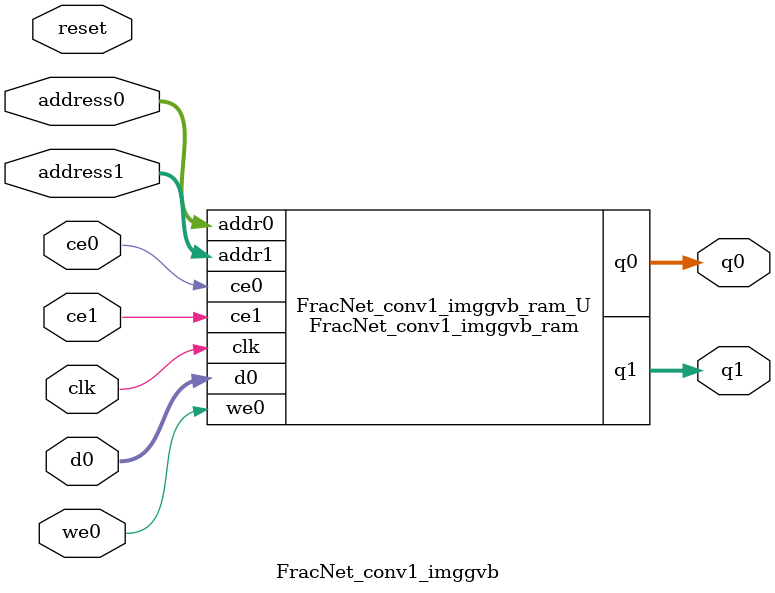
<source format=v>
`timescale 1 ns / 1 ps
module FracNet_conv1_imggvb_ram (addr0, ce0, d0, we0, q0, addr1, ce1, q1,  clk);

parameter DWIDTH = 16;
parameter AWIDTH = 7;
parameter MEM_SIZE = 81;

input[AWIDTH-1:0] addr0;
input ce0;
input[DWIDTH-1:0] d0;
input we0;
output reg[DWIDTH-1:0] q0;
input[AWIDTH-1:0] addr1;
input ce1;
output reg[DWIDTH-1:0] q1;
input clk;

(* ram_style = "block" *)reg [DWIDTH-1:0] ram[0:MEM_SIZE-1];




always @(posedge clk)  
begin 
    if (ce0) begin
        if (we0) 
            ram[addr0] <= d0; 
        q0 <= ram[addr0];
    end
end


always @(posedge clk)  
begin 
    if (ce1) begin
        q1 <= ram[addr1];
    end
end


endmodule

`timescale 1 ns / 1 ps
module FracNet_conv1_imggvb(
    reset,
    clk,
    address0,
    ce0,
    we0,
    d0,
    q0,
    address1,
    ce1,
    q1);

parameter DataWidth = 32'd16;
parameter AddressRange = 32'd81;
parameter AddressWidth = 32'd7;
input reset;
input clk;
input[AddressWidth - 1:0] address0;
input ce0;
input we0;
input[DataWidth - 1:0] d0;
output[DataWidth - 1:0] q0;
input[AddressWidth - 1:0] address1;
input ce1;
output[DataWidth - 1:0] q1;



FracNet_conv1_imggvb_ram FracNet_conv1_imggvb_ram_U(
    .clk( clk ),
    .addr0( address0 ),
    .ce0( ce0 ),
    .we0( we0 ),
    .d0( d0 ),
    .q0( q0 ),
    .addr1( address1 ),
    .ce1( ce1 ),
    .q1( q1 ));

endmodule


</source>
